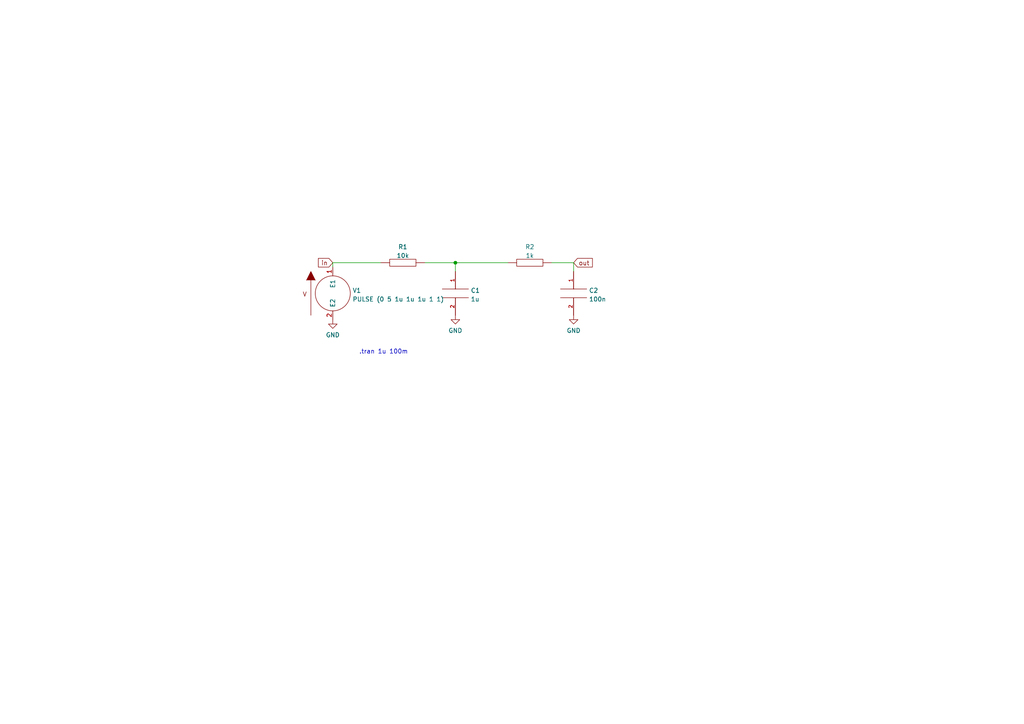
<source format=kicad_sch>
(kicad_sch (version 20211123) (generator eeschema)
  (paper "A4")
  (lib_symbols
    (symbol "power:GND" (power) (pin_names (offset 0))
      (property "Value" "GND" (at 0 -3.81 0))
      (symbol "GND_0_1"
        (polyline (pts (xy 0 0) (xy 0 -1.27) (xy 1.27 -1.27) (xy 0 -2.54) (xy -1.27 -1.27) (xy 0 -1.27)))
      )
      (symbol "GND_1_1"
        (pin power_in line (at 0 0 270) (length 0) hide (name "GND") (number "1"))
      )
    )
    (symbol "pspice:C" (pin_names (offset 0.254))
      (property "Reference" "C" (at 2.54 3.81 90))
      (property "Value" "C" (at 2.54 -3.81 90))
      (symbol "C_0_1"
        (polyline (pts (xy -3.81 -1.27) (xy 3.81 -1.27)))
        (polyline (pts (xy -3.81 1.27) (xy 3.81 1.27)))
      )
      (symbol "C_1_1"
        (pin passive line (at 0 6.35 270) (length 5.08) (name "~") (number "1"))
        (pin passive line (at 0 -6.35 90) (length 5.08) (name "~") (number "2"))
      )
    )
    (symbol "pspice:R" (pin_numbers hide) (pin_names (offset 0))
      (property "Reference" "R" (at 2.032 0 90))
      (property "Value" "R" (at 0 0 90))
      (symbol "R_0_1"
        (rectangle (start -1.016 3.81) (end 1.016 -3.81))
      )
      (symbol "R_1_1"
        (pin passive line (at 0 6.35 270) (length 2.54) (name "~") (number "1"))
        (pin passive line (at 0 -6.35 90) (length 2.54) (name "~") (number "2"))
      )
    )
    (symbol "pspice:VSOURCE" (pin_names (offset 1.016))
      (property "Reference" "V" (at -6.35 7.62 0))
      (property "Value" "VSOURCE" (at 0 0 0))
      (symbol "VSOURCE_0_1"
        (polyline (pts (xy -6.35 -6.35) (xy -6.35 3.81)) (fill (type outline)))
        (polyline (pts (xy -7.62 3.81) (xy -6.35 6.35) (xy -5.08 3.81)) (fill (type outline)))
        (circle (center 0 0) (radius 5.08))
        (text "V" (at -8.128 -0.254 0) (effects (font (size 1.27 1.27))))
      )
      (symbol "VSOURCE_1_1"
        (pin input line (at 0 7.62 270) (length 2.54) (name "E1") (number "1"))
        (pin input line (at 0 -7.62 90) (length 2.54) (name "E2") (number "2"))
      )
    )
  )
  (junction (at 132.08 76.2))
  (wire (pts (xy 123.19 76.2) (xy 132.08 76.2)))
  (wire (pts (xy 160.02 76.2) (xy 166.37 76.2)))
  (wire (pts (xy 132.08 76.2) (xy 147.32 76.2)))
  (wire (pts (xy 96.52 77.47) (xy 96.52 76.2)))
  (wire (pts (xy 96.52 76.2) (xy 110.49 76.2)))
  (wire (pts (xy 166.37 76.2) (xy 166.37 78.74)))
  (wire (pts (xy 132.08 78.74) (xy 132.08 76.2)))
  (text ".tran 1u 100m" (at 104.14 102.87 0) (effects (font (size 1.27 1.27)) (justify left bottom)))
  (global_label "out" (shape input) (at 166.37 76.2 0) (property "Referencias entre hojas" "${INTERSHEET_REFS}" (effects hide)))
  (global_label "in" (shape input) (at 96.52 76.2 180) (property "Referencias entre hojas" "${INTERSHEET_REFS}" (effects hide)))
  (symbol (lib_id "pspice:R") (at 153.67 76.2 90) (unit 1)
    (property "Reference" "R2" (at 153.67 71.6112 90))
    (property "Value" "1k" (at 153.67 74.1481 90))
  )
  (symbol (lib_id "pspice:C") (at 132.08 85.09 0) (unit 1)
    (property "Reference" "C1" (at 136.525 84.2553 0) (effects (justify left)))
    (property "Value" "1u" (at 136.525 86.7922 0) (effects (justify left)))
  )
  (symbol (lib_id "power:GND") (at 132.08 91.44 0) (unit 1)
    (property "Reference" "#PWR02" (effects hide))
    (property "Value" "GND" (at 132.08 95.8834 0))
  )
  (symbol (lib_id "power:GND") (at 96.52 92.71 0) (unit 1)
    (property "Reference" "#PWR01" (effects hide))
    (property "Value" "GND" (at 96.52 97.1534 0))
  )
  (symbol (lib_id "pspice:VSOURCE") (at 96.52 85.09 0) (unit 1)
    (property "Reference" "V1" (at 102.2349 84.2553 0) (effects (justify left)))
    (property "Value" "PULSE (0 5 1u 1u 1u 1 1)" (at 102.2349 86.7922 0) (effects (justify left)))
  )
  (symbol (lib_id "pspice:R") (at 116.84 76.2 90) (unit 1)
    (property "Reference" "R1" (at 116.84 71.6112 90))
    (property "Value" "10k" (at 116.84 74.1481 90))
  )
  (symbol (lib_id "power:GND") (at 166.37 91.44 0) (unit 1)
    (property "Reference" "#PWR03" (effects hide))
    (property "Value" "GND" (at 166.37 95.8834 0))
  )
  (symbol (lib_id "pspice:C") (at 166.37 85.09 0) (unit 1)
    (property "Reference" "C2" (at 170.815 84.2553 0) (effects (justify left)))
    (property "Value" "100n" (at 170.815 86.7922 0) (effects (justify left)))
  )
)
</source>
